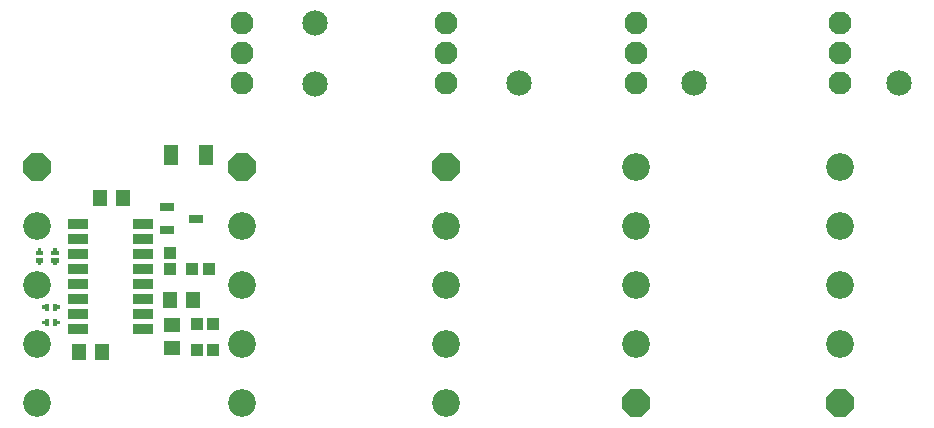
<source format=gbs>
G04*
G04 #@! TF.GenerationSoftware,Altium Limited,Altium Designer,20.2.7 (254)*
G04*
G04 Layer_Color=16711935*
%FSLAX25Y25*%
%MOIN*%
G70*
G04*
G04 #@! TF.SameCoordinates,96668020-E94A-4B99-9336-B782C63C42B1*
G04*
G04*
G04 #@! TF.FilePolarity,Negative*
G04*
G01*
G75*
%ADD20R,0.04528X0.06890*%
%ADD21R,0.04528X0.05512*%
%ADD24R,0.03937X0.03937*%
%ADD25R,0.05512X0.04528*%
%ADD27P,0.10014X8X112.5*%
%ADD28C,0.09252*%
%ADD29C,0.08465*%
%ADD30C,0.07677*%
%ADD47R,0.03937X0.03937*%
%ADD48R,0.07165X0.03583*%
%ADD49R,0.04528X0.02953*%
G36*
X67028Y49606D02*
X65650D01*
Y49016D01*
X64665D01*
Y47835D01*
X65650D01*
Y47244D01*
X67028D01*
Y49606D01*
D02*
G37*
G36*
X69587Y47835D02*
X70571D01*
Y49016D01*
X69587D01*
Y49606D01*
X68209D01*
Y47244D01*
X69587D01*
Y47835D01*
D02*
G37*
G36*
X65650Y54134D02*
X64665D01*
Y52953D01*
X65650D01*
Y52362D01*
X67028D01*
Y54724D01*
X65650D01*
Y54134D01*
D02*
G37*
G36*
X68209Y52362D02*
X69587D01*
Y52953D01*
X70571D01*
Y54134D01*
X69587D01*
Y54724D01*
X68209D01*
Y52362D01*
D02*
G37*
G36*
X62598Y69784D02*
Y68405D01*
X63189D01*
Y67421D01*
X64370D01*
Y68405D01*
X64961D01*
Y69784D01*
X62598D01*
D02*
G37*
G36*
X64370Y72342D02*
Y73327D01*
X63189D01*
Y72342D01*
X62598D01*
Y70965D01*
X64961D01*
Y72342D01*
X64370D01*
D02*
G37*
G36*
X68307Y68405D02*
Y67421D01*
X69488D01*
Y68405D01*
X70079D01*
Y69784D01*
X67716D01*
Y68405D01*
X68307D01*
D02*
G37*
G36*
X70079Y70965D02*
Y72342D01*
X69488D01*
Y73327D01*
X68307D01*
Y72342D01*
X67716D01*
Y70965D01*
X70079D01*
D02*
G37*
D20*
X119291Y104331D02*
D03*
X107480D02*
D03*
D21*
X91732Y89764D02*
D03*
X83858D02*
D03*
X107087Y55905D02*
D03*
X114961D02*
D03*
X84646Y38583D02*
D03*
X76772D02*
D03*
D24*
X107087Y71653D02*
D03*
Y66142D02*
D03*
D25*
X107874Y39764D02*
D03*
Y47638D02*
D03*
D27*
X330709Y21654D02*
D03*
X199311Y100394D02*
D03*
X262549Y21654D02*
D03*
X62992Y100394D02*
D03*
X131152D02*
D03*
D28*
X330709Y41339D02*
D03*
Y61024D02*
D03*
Y80709D02*
D03*
Y100394D02*
D03*
X199311Y80709D02*
D03*
Y61024D02*
D03*
Y41339D02*
D03*
Y21654D02*
D03*
X262549Y100394D02*
D03*
Y80709D02*
D03*
Y61024D02*
D03*
Y41339D02*
D03*
X62992Y21654D02*
D03*
Y41339D02*
D03*
Y61024D02*
D03*
Y80709D02*
D03*
X131152Y21654D02*
D03*
Y41339D02*
D03*
Y61024D02*
D03*
Y80709D02*
D03*
D29*
X223721Y128189D02*
D03*
X282037D02*
D03*
X350197D02*
D03*
X155561Y128032D02*
D03*
Y148189D02*
D03*
D30*
X131152D02*
D03*
Y138189D02*
D03*
Y128189D02*
D03*
X199311Y148189D02*
D03*
Y138189D02*
D03*
Y128189D02*
D03*
X262549Y148189D02*
D03*
Y138189D02*
D03*
Y128189D02*
D03*
X330709Y148189D02*
D03*
Y138189D02*
D03*
Y128189D02*
D03*
D47*
X121653Y48031D02*
D03*
X116142D02*
D03*
X121653Y39370D02*
D03*
X116142D02*
D03*
X114567Y66142D02*
D03*
X120079D02*
D03*
D48*
X76575Y46161D02*
D03*
Y51161D02*
D03*
Y56161D02*
D03*
Y61161D02*
D03*
Y66161D02*
D03*
Y71161D02*
D03*
Y76161D02*
D03*
Y81161D02*
D03*
X98228Y46161D02*
D03*
Y51161D02*
D03*
Y56161D02*
D03*
Y61161D02*
D03*
Y66161D02*
D03*
Y71161D02*
D03*
Y76161D02*
D03*
Y81161D02*
D03*
D49*
X115748Y83071D02*
D03*
X106299Y86811D02*
D03*
Y79331D02*
D03*
M02*

</source>
